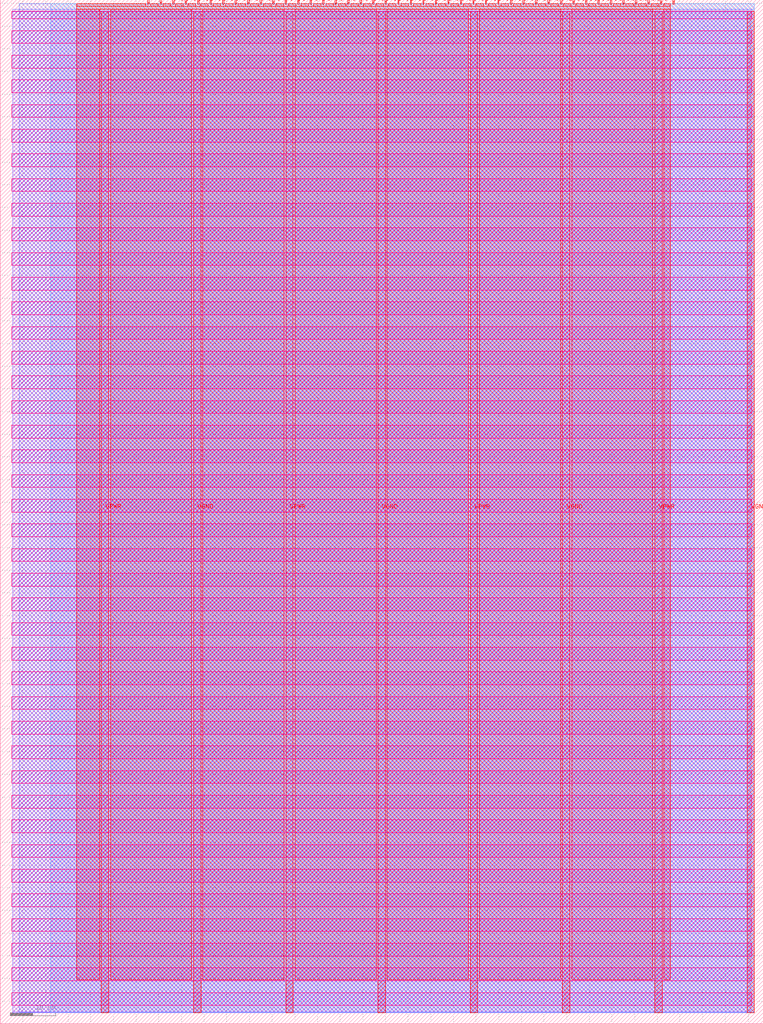
<source format=lef>
VERSION 5.7 ;
  NOWIREEXTENSIONATPIN ON ;
  DIVIDERCHAR "/" ;
  BUSBITCHARS "[]" ;
MACRO tt_um_diferential_ringy
  CLASS BLOCK ;
  FOREIGN tt_um_diferential_ringy ;
  ORIGIN 0.000 0.000 ;
  SIZE 168.360 BY 225.760 ;
  PIN VGND
    DIRECTION INOUT ;
    USE GROUND ;
    PORT
      LAYER met4 ;
        RECT 42.670 2.480 44.270 223.280 ;
    END
    PORT
      LAYER met4 ;
        RECT 83.380 2.480 84.980 223.280 ;
    END
    PORT
      LAYER met4 ;
        RECT 124.090 2.480 125.690 223.280 ;
    END
    PORT
      LAYER met4 ;
        RECT 164.800 2.480 166.400 223.280 ;
    END
  END VGND
  PIN VPWR
    DIRECTION INOUT ;
    USE POWER ;
    PORT
      LAYER met4 ;
        RECT 22.315 2.480 23.915 223.280 ;
    END
    PORT
      LAYER met4 ;
        RECT 63.025 2.480 64.625 223.280 ;
    END
    PORT
      LAYER met4 ;
        RECT 103.735 2.480 105.335 223.280 ;
    END
    PORT
      LAYER met4 ;
        RECT 144.445 2.480 146.045 223.280 ;
    END
  END VPWR
  PIN clk
    DIRECTION INPUT ;
    USE SIGNAL ;
    ANTENNAGATEAREA 0.852000 ;
    PORT
      LAYER met4 ;
        RECT 145.670 224.760 145.970 225.760 ;
    END
  END clk
  PIN ena
    DIRECTION INPUT ;
    USE SIGNAL ;
    PORT
      LAYER met4 ;
        RECT 148.430 224.760 148.730 225.760 ;
    END
  END ena
  PIN rst_n
    DIRECTION INPUT ;
    USE SIGNAL ;
    ANTENNAGATEAREA 0.196500 ;
    PORT
      LAYER met4 ;
        RECT 142.910 224.760 143.210 225.760 ;
    END
  END rst_n
  PIN ui_in[0]
    DIRECTION INPUT ;
    USE SIGNAL ;
    ANTENNAGATEAREA 0.196500 ;
    PORT
      LAYER met4 ;
        RECT 140.150 224.760 140.450 225.760 ;
    END
  END ui_in[0]
  PIN ui_in[1]
    DIRECTION INPUT ;
    USE SIGNAL ;
    ANTENNAGATEAREA 0.213000 ;
    PORT
      LAYER met4 ;
        RECT 137.390 224.760 137.690 225.760 ;
    END
  END ui_in[1]
  PIN ui_in[2]
    DIRECTION INPUT ;
    USE SIGNAL ;
    ANTENNAGATEAREA 0.159000 ;
    PORT
      LAYER met4 ;
        RECT 134.630 224.760 134.930 225.760 ;
    END
  END ui_in[2]
  PIN ui_in[3]
    DIRECTION INPUT ;
    USE SIGNAL ;
    ANTENNAGATEAREA 0.159000 ;
    PORT
      LAYER met4 ;
        RECT 131.870 224.760 132.170 225.760 ;
    END
  END ui_in[3]
  PIN ui_in[4]
    DIRECTION INPUT ;
    USE SIGNAL ;
    ANTENNAGATEAREA 0.159000 ;
    PORT
      LAYER met4 ;
        RECT 129.110 224.760 129.410 225.760 ;
    END
  END ui_in[4]
  PIN ui_in[5]
    DIRECTION INPUT ;
    USE SIGNAL ;
    ANTENNAGATEAREA 0.196500 ;
    PORT
      LAYER met4 ;
        RECT 126.350 224.760 126.650 225.760 ;
    END
  END ui_in[5]
  PIN ui_in[6]
    DIRECTION INPUT ;
    USE SIGNAL ;
    ANTENNAGATEAREA 0.196500 ;
    PORT
      LAYER met4 ;
        RECT 123.590 224.760 123.890 225.760 ;
    END
  END ui_in[6]
  PIN ui_in[7]
    DIRECTION INPUT ;
    USE SIGNAL ;
    PORT
      LAYER met4 ;
        RECT 120.830 224.760 121.130 225.760 ;
    END
  END ui_in[7]
  PIN uio_in[0]
    DIRECTION INPUT ;
    USE SIGNAL ;
    ANTENNAGATEAREA 0.159000 ;
    PORT
      LAYER met4 ;
        RECT 118.070 224.760 118.370 225.760 ;
    END
  END uio_in[0]
  PIN uio_in[1]
    DIRECTION INPUT ;
    USE SIGNAL ;
    ANTENNAGATEAREA 0.213000 ;
    PORT
      LAYER met4 ;
        RECT 115.310 224.760 115.610 225.760 ;
    END
  END uio_in[1]
  PIN uio_in[2]
    DIRECTION INPUT ;
    USE SIGNAL ;
    ANTENNAGATEAREA 0.159000 ;
    PORT
      LAYER met4 ;
        RECT 112.550 224.760 112.850 225.760 ;
    END
  END uio_in[2]
  PIN uio_in[3]
    DIRECTION INPUT ;
    USE SIGNAL ;
    ANTENNAGATEAREA 0.159000 ;
    PORT
      LAYER met4 ;
        RECT 109.790 224.760 110.090 225.760 ;
    END
  END uio_in[3]
  PIN uio_in[4]
    DIRECTION INPUT ;
    USE SIGNAL ;
    ANTENNAGATEAREA 0.159000 ;
    PORT
      LAYER met4 ;
        RECT 107.030 224.760 107.330 225.760 ;
    END
  END uio_in[4]
  PIN uio_in[5]
    DIRECTION INPUT ;
    USE SIGNAL ;
    ANTENNAGATEAREA 0.213000 ;
    PORT
      LAYER met4 ;
        RECT 104.270 224.760 104.570 225.760 ;
    END
  END uio_in[5]
  PIN uio_in[6]
    DIRECTION INPUT ;
    USE SIGNAL ;
    ANTENNAGATEAREA 0.213000 ;
    PORT
      LAYER met4 ;
        RECT 101.510 224.760 101.810 225.760 ;
    END
  END uio_in[6]
  PIN uio_in[7]
    DIRECTION INPUT ;
    USE SIGNAL ;
    ANTENNAGATEAREA 0.213000 ;
    PORT
      LAYER met4 ;
        RECT 98.750 224.760 99.050 225.760 ;
    END
  END uio_in[7]
  PIN uio_oe[0]
    DIRECTION OUTPUT TRISTATE ;
    USE SIGNAL ;
    ANTENNADIFFAREA 0.445500 ;
    PORT
      LAYER met4 ;
        RECT 51.830 224.760 52.130 225.760 ;
    END
  END uio_oe[0]
  PIN uio_oe[1]
    DIRECTION OUTPUT TRISTATE ;
    USE SIGNAL ;
    ANTENNADIFFAREA 0.795200 ;
    PORT
      LAYER met4 ;
        RECT 49.070 224.760 49.370 225.760 ;
    END
  END uio_oe[1]
  PIN uio_oe[2]
    DIRECTION OUTPUT TRISTATE ;
    USE SIGNAL ;
    ANTENNADIFFAREA 0.795200 ;
    PORT
      LAYER met4 ;
        RECT 46.310 224.760 46.610 225.760 ;
    END
  END uio_oe[2]
  PIN uio_oe[3]
    DIRECTION OUTPUT TRISTATE ;
    USE SIGNAL ;
    ANTENNADIFFAREA 0.795200 ;
    PORT
      LAYER met4 ;
        RECT 43.550 224.760 43.850 225.760 ;
    END
  END uio_oe[3]
  PIN uio_oe[4]
    DIRECTION OUTPUT TRISTATE ;
    USE SIGNAL ;
    ANTENNADIFFAREA 0.795200 ;
    PORT
      LAYER met4 ;
        RECT 40.790 224.760 41.090 225.760 ;
    END
  END uio_oe[4]
  PIN uio_oe[5]
    DIRECTION OUTPUT TRISTATE ;
    USE SIGNAL ;
    ANTENNADIFFAREA 0.445500 ;
    PORT
      LAYER met4 ;
        RECT 38.030 224.760 38.330 225.760 ;
    END
  END uio_oe[5]
  PIN uio_oe[6]
    DIRECTION OUTPUT TRISTATE ;
    USE SIGNAL ;
    ANTENNADIFFAREA 0.795200 ;
    PORT
      LAYER met4 ;
        RECT 35.270 224.760 35.570 225.760 ;
    END
  END uio_oe[6]
  PIN uio_oe[7]
    DIRECTION OUTPUT TRISTATE ;
    USE SIGNAL ;
    ANTENNADIFFAREA 0.795200 ;
    PORT
      LAYER met4 ;
        RECT 32.510 224.760 32.810 225.760 ;
    END
  END uio_oe[7]
  PIN uio_out[0]
    DIRECTION OUTPUT TRISTATE ;
    USE SIGNAL ;
    ANTENNADIFFAREA 0.795200 ;
    PORT
      LAYER met4 ;
        RECT 73.910 224.760 74.210 225.760 ;
    END
  END uio_out[0]
  PIN uio_out[1]
    DIRECTION OUTPUT TRISTATE ;
    USE SIGNAL ;
    ANTENNADIFFAREA 0.795200 ;
    PORT
      LAYER met4 ;
        RECT 71.150 224.760 71.450 225.760 ;
    END
  END uio_out[1]
  PIN uio_out[2]
    DIRECTION OUTPUT TRISTATE ;
    USE SIGNAL ;
    ANTENNADIFFAREA 0.795200 ;
    PORT
      LAYER met4 ;
        RECT 68.390 224.760 68.690 225.760 ;
    END
  END uio_out[2]
  PIN uio_out[3]
    DIRECTION OUTPUT TRISTATE ;
    USE SIGNAL ;
    ANTENNADIFFAREA 0.795200 ;
    PORT
      LAYER met4 ;
        RECT 65.630 224.760 65.930 225.760 ;
    END
  END uio_out[3]
  PIN uio_out[4]
    DIRECTION OUTPUT TRISTATE ;
    USE SIGNAL ;
    ANTENNADIFFAREA 0.795200 ;
    PORT
      LAYER met4 ;
        RECT 62.870 224.760 63.170 225.760 ;
    END
  END uio_out[4]
  PIN uio_out[5]
    DIRECTION OUTPUT TRISTATE ;
    USE SIGNAL ;
    ANTENNADIFFAREA 0.795200 ;
    PORT
      LAYER met4 ;
        RECT 60.110 224.760 60.410 225.760 ;
    END
  END uio_out[5]
  PIN uio_out[6]
    DIRECTION OUTPUT TRISTATE ;
    USE SIGNAL ;
    ANTENNADIFFAREA 0.795200 ;
    PORT
      LAYER met4 ;
        RECT 57.350 224.760 57.650 225.760 ;
    END
  END uio_out[6]
  PIN uio_out[7]
    DIRECTION OUTPUT TRISTATE ;
    USE SIGNAL ;
    ANTENNADIFFAREA 0.795200 ;
    PORT
      LAYER met4 ;
        RECT 54.590 224.760 54.890 225.760 ;
    END
  END uio_out[7]
  PIN uo_out[0]
    DIRECTION OUTPUT TRISTATE ;
    USE SIGNAL ;
    ANTENNADIFFAREA 0.795200 ;
    PORT
      LAYER met4 ;
        RECT 95.990 224.760 96.290 225.760 ;
    END
  END uo_out[0]
  PIN uo_out[1]
    DIRECTION OUTPUT TRISTATE ;
    USE SIGNAL ;
    ANTENNADIFFAREA 0.445500 ;
    PORT
      LAYER met4 ;
        RECT 93.230 224.760 93.530 225.760 ;
    END
  END uo_out[1]
  PIN uo_out[2]
    DIRECTION OUTPUT TRISTATE ;
    USE SIGNAL ;
    ANTENNADIFFAREA 0.795200 ;
    PORT
      LAYER met4 ;
        RECT 90.470 224.760 90.770 225.760 ;
    END
  END uo_out[2]
  PIN uo_out[3]
    DIRECTION OUTPUT TRISTATE ;
    USE SIGNAL ;
    ANTENNADIFFAREA 0.795200 ;
    PORT
      LAYER met4 ;
        RECT 87.710 224.760 88.010 225.760 ;
    END
  END uo_out[3]
  PIN uo_out[4]
    DIRECTION OUTPUT TRISTATE ;
    USE SIGNAL ;
    ANTENNADIFFAREA 0.795200 ;
    PORT
      LAYER met4 ;
        RECT 84.950 224.760 85.250 225.760 ;
    END
  END uo_out[4]
  PIN uo_out[5]
    DIRECTION OUTPUT TRISTATE ;
    USE SIGNAL ;
    ANTENNADIFFAREA 0.795200 ;
    PORT
      LAYER met4 ;
        RECT 82.190 224.760 82.490 225.760 ;
    END
  END uo_out[5]
  PIN uo_out[6]
    DIRECTION OUTPUT TRISTATE ;
    USE SIGNAL ;
    ANTENNADIFFAREA 0.795200 ;
    PORT
      LAYER met4 ;
        RECT 79.430 224.760 79.730 225.760 ;
    END
  END uo_out[6]
  PIN uo_out[7]
    DIRECTION OUTPUT TRISTATE ;
    USE SIGNAL ;
    ANTENNADIFFAREA 0.795200 ;
    PORT
      LAYER met4 ;
        RECT 76.670 224.760 76.970 225.760 ;
    END
  END uo_out[7]
  OBS
      LAYER nwell ;
        RECT 2.570 221.625 165.790 223.230 ;
        RECT 2.570 216.185 165.790 219.015 ;
        RECT 2.570 210.745 165.790 213.575 ;
        RECT 2.570 205.305 165.790 208.135 ;
        RECT 2.570 199.865 165.790 202.695 ;
        RECT 2.570 194.425 165.790 197.255 ;
        RECT 2.570 188.985 165.790 191.815 ;
        RECT 2.570 183.545 165.790 186.375 ;
        RECT 2.570 178.105 165.790 180.935 ;
        RECT 2.570 172.665 165.790 175.495 ;
        RECT 2.570 167.225 165.790 170.055 ;
        RECT 2.570 161.785 165.790 164.615 ;
        RECT 2.570 156.345 165.790 159.175 ;
        RECT 2.570 150.905 165.790 153.735 ;
        RECT 2.570 145.465 165.790 148.295 ;
        RECT 2.570 140.025 165.790 142.855 ;
        RECT 2.570 134.585 165.790 137.415 ;
        RECT 2.570 129.145 165.790 131.975 ;
        RECT 2.570 123.705 165.790 126.535 ;
        RECT 2.570 118.265 165.790 121.095 ;
        RECT 2.570 112.825 165.790 115.655 ;
        RECT 2.570 107.385 165.790 110.215 ;
        RECT 2.570 101.945 165.790 104.775 ;
        RECT 2.570 96.505 165.790 99.335 ;
        RECT 2.570 91.065 165.790 93.895 ;
        RECT 2.570 85.625 165.790 88.455 ;
        RECT 2.570 80.185 165.790 83.015 ;
        RECT 2.570 74.745 165.790 77.575 ;
        RECT 2.570 69.305 165.790 72.135 ;
        RECT 2.570 63.865 165.790 66.695 ;
        RECT 2.570 58.425 165.790 61.255 ;
        RECT 2.570 52.985 165.790 55.815 ;
        RECT 2.570 47.545 165.790 50.375 ;
        RECT 2.570 42.105 165.790 44.935 ;
        RECT 2.570 36.665 165.790 39.495 ;
        RECT 2.570 31.225 165.790 34.055 ;
        RECT 2.570 25.785 165.790 28.615 ;
        RECT 2.570 20.345 165.790 23.175 ;
        RECT 2.570 14.905 165.790 17.735 ;
        RECT 2.570 9.465 165.790 12.295 ;
        RECT 2.570 4.025 165.790 6.855 ;
      LAYER li1 ;
        RECT 2.760 2.635 165.600 223.125 ;
      LAYER met1 ;
        RECT 2.760 2.480 166.400 223.680 ;
      LAYER met2 ;
        RECT 4.240 2.535 166.370 224.925 ;
      LAYER met3 ;
        RECT 11.105 2.555 166.390 224.905 ;
      LAYER met4 ;
        RECT 16.855 224.360 32.110 224.905 ;
        RECT 33.210 224.360 34.870 224.905 ;
        RECT 35.970 224.360 37.630 224.905 ;
        RECT 38.730 224.360 40.390 224.905 ;
        RECT 41.490 224.360 43.150 224.905 ;
        RECT 44.250 224.360 45.910 224.905 ;
        RECT 47.010 224.360 48.670 224.905 ;
        RECT 49.770 224.360 51.430 224.905 ;
        RECT 52.530 224.360 54.190 224.905 ;
        RECT 55.290 224.360 56.950 224.905 ;
        RECT 58.050 224.360 59.710 224.905 ;
        RECT 60.810 224.360 62.470 224.905 ;
        RECT 63.570 224.360 65.230 224.905 ;
        RECT 66.330 224.360 67.990 224.905 ;
        RECT 69.090 224.360 70.750 224.905 ;
        RECT 71.850 224.360 73.510 224.905 ;
        RECT 74.610 224.360 76.270 224.905 ;
        RECT 77.370 224.360 79.030 224.905 ;
        RECT 80.130 224.360 81.790 224.905 ;
        RECT 82.890 224.360 84.550 224.905 ;
        RECT 85.650 224.360 87.310 224.905 ;
        RECT 88.410 224.360 90.070 224.905 ;
        RECT 91.170 224.360 92.830 224.905 ;
        RECT 93.930 224.360 95.590 224.905 ;
        RECT 96.690 224.360 98.350 224.905 ;
        RECT 99.450 224.360 101.110 224.905 ;
        RECT 102.210 224.360 103.870 224.905 ;
        RECT 104.970 224.360 106.630 224.905 ;
        RECT 107.730 224.360 109.390 224.905 ;
        RECT 110.490 224.360 112.150 224.905 ;
        RECT 113.250 224.360 114.910 224.905 ;
        RECT 116.010 224.360 117.670 224.905 ;
        RECT 118.770 224.360 120.430 224.905 ;
        RECT 121.530 224.360 123.190 224.905 ;
        RECT 124.290 224.360 125.950 224.905 ;
        RECT 127.050 224.360 128.710 224.905 ;
        RECT 129.810 224.360 131.470 224.905 ;
        RECT 132.570 224.360 134.230 224.905 ;
        RECT 135.330 224.360 136.990 224.905 ;
        RECT 138.090 224.360 139.750 224.905 ;
        RECT 140.850 224.360 142.510 224.905 ;
        RECT 143.610 224.360 145.270 224.905 ;
        RECT 146.370 224.360 147.825 224.905 ;
        RECT 16.855 223.680 147.825 224.360 ;
        RECT 16.855 9.695 21.915 223.680 ;
        RECT 24.315 9.695 42.270 223.680 ;
        RECT 44.670 9.695 62.625 223.680 ;
        RECT 65.025 9.695 82.980 223.680 ;
        RECT 85.380 9.695 103.335 223.680 ;
        RECT 105.735 9.695 123.690 223.680 ;
        RECT 126.090 9.695 144.045 223.680 ;
        RECT 146.445 9.695 147.825 223.680 ;
  END
END tt_um_diferential_ringy
END LIBRARY


</source>
